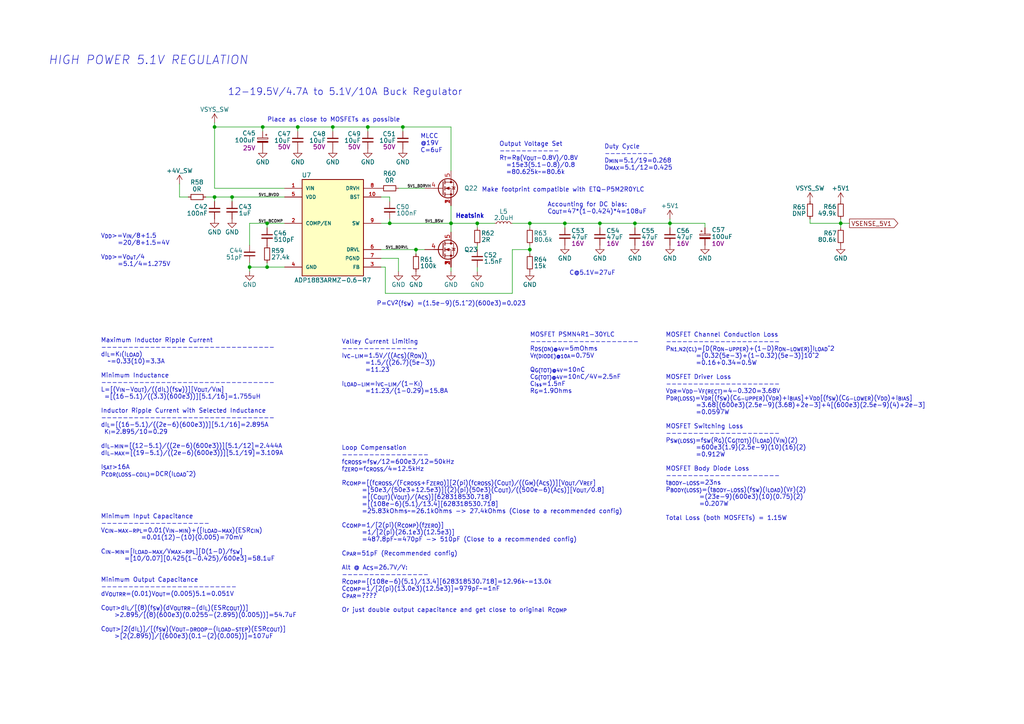
<source format=kicad_sch>
(kicad_sch (version 20211123) (generator eeschema)
  (paper "A4")
  (title_block (title "Project Falcon") (date "2022-01-26") (rev "1A") (company "University of Waterloo") (comment 1 "Mechatronics Engineering") (comment 2 "Final Year Design Project (Capstone)") (comment 3 "Alex Petkovic"))
  (lib_symbols
    (symbol "Device:C_Polarized_Small" (pin_numbers hide) (pin_names (offset 0.254) hide)
      (property "Reference" "C" (at 0.254 1.778 0))
      (property "Value" "C_Polarized_Small" (at 0.254 -2.032 0))
      (symbol "C_Polarized_Small_0_1"
        (rectangle (start -1.524 -0.3048) (end 1.524 -0.6858) (fill (type outline)))
        (rectangle (start -1.524 0.6858) (end 1.524 0.3048))
        (polyline (pts (xy -1.27 1.524) (xy -0.762 1.524)))
        (polyline (pts (xy -1.016 1.27) (xy -1.016 1.778)))
      )
      (symbol "C_Polarized_Small_1_1"
        (pin passive line (at 0 2.54 270) (length 1.8542) (name "~") (number "1"))
        (pin passive line (at 0 -2.54 90) (length 1.8542) (name "~") (number "2"))
      )
    )
    (symbol "Device:C_Small" (pin_numbers hide) (pin_names (offset 0.254) hide)
      (property "Reference" "C" (at 0.254 1.778 0))
      (property "Value" "C_Small" (at 0.254 -2.032 0))
      (symbol "C_Small_0_1"
        (polyline (pts (xy -1.524 -0.508) (xy 1.524 -0.508)) (stroke (width 0.3302)))
        (polyline (pts (xy -1.524 0.508) (xy 1.524 0.508)) (stroke (width 0.3048)))
      )
      (symbol "C_Small_1_1"
        (pin passive line (at 0 2.54 270) (length 2.032) (name "~") (number "1"))
        (pin passive line (at 0 -2.54 90) (length 2.032) (name "~") (number "2"))
      )
    )
    (symbol "Device:L_Small" (pin_numbers hide) (pin_names (offset 0.254) hide)
      (property "Reference" "L" (at 0.762 1.016 0))
      (property "Value" "L_Small" (at 0.762 -1.016 0))
      (symbol "L_Small_0_1"
        (arc (start 0 -2.032) (mid 0.508 -1.524) (end 0 -1.016))
        (arc (start 0 -1.016) (mid 0.508 -0.508) (end 0 0))
        (arc (start 0 0) (mid 0.508 0.508) (end 0 1.016))
        (arc (start 0 1.016) (mid 0.508 1.524) (end 0 2.032))
      )
      (symbol "L_Small_1_1"
        (pin passive line (at 0 2.54 270) (length 0.508) (name "~") (number "1"))
        (pin passive line (at 0 -2.54 90) (length 0.508) (name "~") (number "2"))
      )
    )
    (symbol "Device:R_Small" (pin_numbers hide) (pin_names (offset 0.254) hide)
      (property "Reference" "R" (at 0.762 0.508 0))
      (property "Value" "R_Small" (at 0.762 -1.016 0))
      (symbol "R_Small_0_1"
        (rectangle (start -0.762 1.778) (end 0.762 -1.778) (stroke (width 0.2032)))
      )
      (symbol "R_Small_1_1"
        (pin passive line (at 0 2.54 270) (length 0.762) (name "~") (number "1"))
        (pin passive line (at 0 -2.54 90) (length 0.762) (name "~") (number "2"))
      )
    )
    (symbol "JetkovKiCADLib:+4V_SW" (power) (pin_names (offset 0))
      (property "Value" "+4V_SW" (at 0 3.556 0))
      (symbol "+4V_SW_0_1"
        (polyline (pts (xy -0.762 1.27) (xy 0 2.54)))
        (polyline (pts (xy 0 0) (xy 0 2.54)))
        (polyline (pts (xy 0 2.54) (xy 0.762 1.27)))
      )
      (symbol "+4V_SW_1_1"
        (pin power_in line (at 0 0 90) (length 0) hide (name "+4V_SW") (number "1"))
      )
    )
    (symbol "JetkovKiCADLib:+5V1" (power) (pin_names (offset 0))
      (property "Value" "+5V1" (at 0 3.556 0))
      (symbol "+5V1_0_1"
        (polyline (pts (xy -0.762 1.27) (xy 0 2.54)))
        (polyline (pts (xy 0 0) (xy 0 2.54)))
        (polyline (pts (xy 0 2.54) (xy 0.762 1.27)))
      )
      (symbol "+5V1_1_1"
        (pin power_in line (at 0 0 90) (length 0) hide (name "+5V1") (number "1"))
      )
    )
    (symbol "JetkovKiCADLib:ADP1883ARMZ-0.6-R7" (pin_names (offset 1.016))
      (property "Reference" "U" (at -8.89 12.7 0))
      (property "Value" "ADP1883ARMZ-0.6-R7" (at -8.89 -17.78 0))
      (symbol "ADP1883ARMZ-0.6-R7_0_0"
        (rectangle (start -8.89 12.7) (end 8.89 -15.24) (stroke (width 0.254)) (fill (type background)))
        (pin power_in line (at -13.97 10.16 0) (length 5.08) (name "VIN") (number "1"))
        (pin power_in line (at 13.97 7.62 180) (length 5.08) (name "BST") (number "10"))
        (pin power_in line (at -13.97 0 0) (length 5.08) (name "COMP/EN") (number "2"))
        (pin bidirectional line (at 13.97 -12.7 180) (length 5.08) (name "FB") (number "3"))
        (pin power_in line (at -13.97 -12.7 0) (length 5.08) (name "GND") (number "4"))
        (pin power_in line (at -13.97 7.62 0) (length 5.08) (name "VDD") (number "5"))
        (pin power_in line (at 13.97 -7.62 180) (length 5.08) (name "DRVL") (number "6"))
        (pin power_in line (at 13.97 -10.16 180) (length 5.08) (name "PGND") (number "7"))
        (pin power_in line (at 13.97 10.16 180) (length 5.08) (name "DRVH") (number "8"))
        (pin power_in line (at 13.97 0 180) (length 5.08) (name "SW") (number "9"))
      )
    )
    (symbol "JetkovKiCADLib:Q_NMOS_LFPAK" (pin_names (offset 0) hide)
      (property "Reference" "Q" (at 5.08 1.27 0))
      (property "Value" "Q_NMOS_LFPAK" (at 5.08 -1.27 0))
      (symbol "Q_NMOS_LFPAK_0_1"
        (polyline (pts (xy 0.254 0) (xy -2.54 0)))
        (polyline (pts (xy 0.254 1.905) (xy 0.254 -1.905)) (stroke (width 0.254)))
        (polyline (pts (xy 0.762 -1.27) (xy 0.762 -2.286)) (stroke (width 0.254)))
        (polyline (pts (xy 0.762 0.508) (xy 0.762 -0.508)) (stroke (width 0.254)))
        (polyline (pts (xy 0.762 2.286) (xy 0.762 1.27)) (stroke (width 0.254)))
        (polyline (pts (xy 2.54 2.54) (xy 2.54 1.778)))
        (polyline (pts (xy 2.54 -2.54) (xy 2.54 0) (xy 0.762 0)))
        (polyline (pts (xy 0.762 -1.778) (xy 3.302 -1.778) (xy 3.302 1.778) (xy 0.762 1.778)))
        (polyline (pts (xy 1.016 0) (xy 2.032 0.381) (xy 2.032 -0.381) (xy 1.016 0)) (fill (type outline)))
        (polyline (pts (xy 2.794 0.508) (xy 2.921 0.381) (xy 3.683 0.381) (xy 3.81 0.254)))
        (polyline (pts (xy 3.302 0.381) (xy 2.921 -0.254) (xy 3.683 -0.254) (xy 3.302 0.381)))
        (circle (center 1.651 0) (radius 2.794) (stroke (width 0.254)))
        (circle (center 2.54 -1.778) (radius 0.254) (fill (type outline)))
        (circle (center 2.54 1.778) (radius 0.254) (fill (type outline)))
      )
      (symbol "Q_NMOS_LFPAK_1_1"
        (pin passive line (at 2.54 -5.08 90) (length 2.54) (name "S") (number "1"))
        (pin passive line (at 2.54 -5.08 90) (length 2.54) (name "S") (number "2"))
        (pin passive line (at 2.54 -5.08 90) (length 2.54) (name "S") (number "3"))
        (pin input line (at -5.08 0 0) (length 5.08) (name "G") (number "4"))
        (pin passive line (at 2.54 5.08 270) (length 2.54) (name "D") (number "5"))
      )
    )
    (symbol "JetkovKiCADLib:VSYS_SW" (power) (pin_names (offset 0))
      (property "Value" "VSYS_SW" (at 0 3.556 0))
      (symbol "VSYS_SW_0_1"
        (polyline (pts (xy -0.762 1.27) (xy 0 2.54)))
        (polyline (pts (xy 0 0) (xy 0 2.54)))
        (polyline (pts (xy 0 2.54) (xy 0.762 1.27)))
      )
      (symbol "VSYS_SW_1_1"
        (pin power_in line (at 0 0 90) (length 0) hide (name "VSYS_SW") (number "1"))
      )
    )
    (symbol "power:GND" (power) (pin_names (offset 0))
      (property "Value" "GND" (at 0 -3.81 0))
      (symbol "GND_0_1"
        (polyline (pts (xy 0 0) (xy 0 -1.27) (xy 1.27 -1.27) (xy 0 -2.54) (xy -1.27 -1.27) (xy 0 -1.27)))
      )
      (symbol "GND_1_1"
        (pin power_in line (at 0 0 270) (length 0) hide (name "GND") (number "1"))
      )
    )
  )
  (junction (at 153.67 64.77))
  (junction (at 62.23 36.83))
  (junction (at 138.43 64.77))
  (junction (at 194.31 64.77))
  (junction (at 86.36 36.83))
  (junction (at 113.03 64.77))
  (junction (at 184.15 64.77))
  (junction (at 243.84 64.77))
  (junction (at 106.68 36.83))
  (junction (at 173.99 64.77))
  (junction (at 130.81 64.77))
  (junction (at 76.2 36.83))
  (junction (at 72.39 77.47))
  (junction (at 67.31 57.15))
  (junction (at 163.83 64.77))
  (junction (at 153.67 72.39))
  (junction (at 96.52 36.83))
  (junction (at 77.47 77.47))
  (junction (at 120.65 72.39))
  (junction (at 116.84 36.83))
  (junction (at 62.23 57.15))
  (junction (at 77.47 64.77))
  (wire (pts (xy 173.99 64.77) (xy 184.15 64.77)))
  (wire (pts (xy 234.95 63.5) (xy 234.95 64.77)))
  (wire (pts (xy 113.03 63.5) (xy 113.03 64.77)))
  (wire (pts (xy 111.76 77.47) (xy 111.76 85.09)))
  (wire (pts (xy 243.84 64.77) (xy 246.38 64.77)))
  (wire (pts (xy 120.65 72.39) (xy 123.19 72.39)))
  (wire (pts (xy 243.84 64.77) (xy 243.84 63.5)))
  (wire (pts (xy 115.57 74.93) (xy 115.57 78.74)))
  (wire (pts (xy 138.43 66.04) (xy 138.43 64.77)))
  (wire (pts (xy 67.31 57.15) (xy 67.31 58.42)))
  (wire (pts (xy 184.15 66.04) (xy 184.15 64.77)))
  (wire (pts (xy 130.81 64.77) (xy 130.81 67.31)))
  (wire (pts (xy 130.81 36.83) (xy 130.81 49.53)))
  (wire (pts (xy 76.2 38.1) (xy 76.2 36.83)))
  (wire (pts (xy 96.52 36.83) (xy 96.52 38.1)))
  (wire (pts (xy 138.43 78.74) (xy 138.43 77.47)))
  (wire (pts (xy 138.43 72.39) (xy 138.43 71.12)))
  (wire (pts (xy 52.07 57.15) (xy 52.07 53.34)))
  (wire (pts (xy 59.69 57.15) (xy 62.23 57.15)))
  (wire (pts (xy 153.67 66.04) (xy 153.67 64.77)))
  (wire (pts (xy 148.59 64.77) (xy 153.67 64.77)))
  (wire (pts (xy 153.67 72.39) (xy 153.67 71.12)))
  (wire (pts (xy 153.67 73.66) (xy 153.67 72.39)))
  (wire (pts (xy 72.39 76.2) (xy 72.39 77.47)))
  (wire (pts (xy 204.47 64.77) (xy 194.31 64.77)))
  (wire (pts (xy 106.68 36.83) (xy 106.68 38.1)))
  (wire (pts (xy 184.15 64.77) (xy 194.31 64.77)))
  (wire (pts (xy 77.47 77.47) (xy 77.47 76.2)))
  (wire (pts (xy 67.31 57.15) (xy 62.23 57.15)))
  (wire (pts (xy 130.81 59.69) (xy 130.81 64.77)))
  (wire (pts (xy 76.2 36.83) (xy 86.36 36.83)))
  (wire (pts (xy 111.76 85.09) (xy 148.59 85.09)))
  (wire (pts (xy 194.31 64.77) (xy 194.31 66.04)))
  (wire (pts (xy 163.83 66.04) (xy 163.83 64.77)))
  (wire (pts (xy 234.95 64.77) (xy 243.84 64.77)))
  (wire (pts (xy 106.68 36.83) (xy 116.84 36.83)))
  (wire (pts (xy 77.47 64.77) (xy 82.55 64.77)))
  (wire (pts (xy 72.39 77.47) (xy 77.47 77.47)))
  (wire (pts (xy 72.39 71.12) (xy 72.39 64.77)))
  (wire (pts (xy 243.84 66.04) (xy 243.84 64.77)))
  (wire (pts (xy 62.23 36.83) (xy 76.2 36.83)))
  (wire (pts (xy 173.99 66.04) (xy 173.99 64.77)))
  (wire (pts (xy 116.84 36.83) (xy 116.84 38.1)))
  (wire (pts (xy 54.61 57.15) (xy 52.07 57.15)))
  (wire (pts (xy 110.49 77.47) (xy 111.76 77.47)))
  (wire (pts (xy 110.49 72.39) (xy 120.65 72.39)))
  (wire (pts (xy 115.57 54.61) (xy 123.19 54.61)))
  (wire (pts (xy 96.52 36.83) (xy 106.68 36.83)))
  (wire (pts (xy 110.49 57.15) (xy 113.03 57.15)))
  (wire (pts (xy 130.81 78.74) (xy 130.81 77.47)))
  (wire (pts (xy 113.03 57.15) (xy 113.03 58.42)))
  (wire (pts (xy 77.47 64.77) (xy 77.47 66.04)))
  (wire (pts (xy 72.39 78.74) (xy 72.39 77.47)))
  (wire (pts (xy 153.67 64.77) (xy 163.83 64.77)))
  (wire (pts (xy 77.47 77.47) (xy 82.55 77.47)))
  (wire (pts (xy 120.65 72.39) (xy 120.65 73.66)))
  (wire (pts (xy 130.81 36.83) (xy 116.84 36.83)))
  (wire (pts (xy 62.23 54.61) (xy 62.23 36.83)))
  (wire (pts (xy 143.51 64.77) (xy 138.43 64.77)))
  (wire (pts (xy 194.31 63.5) (xy 194.31 64.77)))
  (wire (pts (xy 82.55 54.61) (xy 62.23 54.61)))
  (wire (pts (xy 86.36 36.83) (xy 96.52 36.83)))
  (wire (pts (xy 148.59 85.09) (xy 148.59 72.39)))
  (wire (pts (xy 110.49 74.93) (xy 115.57 74.93)))
  (wire (pts (xy 72.39 64.77) (xy 77.47 64.77)))
  (wire (pts (xy 62.23 57.15) (xy 62.23 58.42)))
  (wire (pts (xy 67.31 57.15) (xy 82.55 57.15)))
  (wire (pts (xy 110.49 64.77) (xy 113.03 64.77)))
  (wire (pts (xy 148.59 72.39) (xy 153.67 72.39)))
  (wire (pts (xy 163.83 64.77) (xy 173.99 64.77)))
  (wire (pts (xy 62.23 35.56) (xy 62.23 36.83)))
  (wire (pts (xy 138.43 64.77) (xy 130.81 64.77)))
  (wire (pts (xy 204.47 66.04) (xy 204.47 64.77)))
  (wire (pts (xy 86.36 36.83) (xy 86.36 38.1)))
  (wire (pts (xy 113.03 64.77) (xy 130.81 64.77)))
  (text "12-19.5V/4.7A to 5.1V/10A Buck Regulator" (at 66.04 27.94 0) (effects (font (size 2 2)) (justify left bottom)))
  (text "P=CV^{2}(f_{SW}) =(1.5e-9)(5.1^2)(600e3)=0.023" (at 109.22 88.9 0) (effects (font (size 1.27 1.27)) (justify left bottom)))
  (text "Heatsink" (at 132.08 63.5 0) (effects (font (size 1.27 1.27) (thickness 0.254) bold) (justify left bottom)))
  (text "Make footprint compatible with ETQ-P5M2R0YLC" (at 139.7 55.88 0) (effects (font (size 1.27 1.27)) (justify left bottom)))
  (text "HIGH POWER 5.1V REGULATION" (at 13.97 19.05 0) (effects (font (size 2.5 2.5) italic) (justify left bottom)))
  (text "V_{DD}>=V_{IN}/8+1.5\n     =20/8+1.5=4V\n\nV_{DD}>=V_{OuT}/4\n     =5.1/4=1.275V" (at 29.21 77.47 0) (effects (font (size 1.27 1.27)) (justify left bottom)))
  (text "Accounting for DC bias:\nC_{OUT}=47*(1-0.424)*4=108uF" (at 158.75 62.23 0) (effects (font (size 1.27 1.27)) (justify left bottom)))
  (text "Valley Current Limiting\n--------------\nI_{VC-LIM}=1.5V/((A_{CS})(R_{ON}))\n       =1.5/((26.7)(5e-3))\n       =11.23\n\nI_{LOAD-LIM}=I_{VC-LIM}/(1-K_{I})\n       =11.23/(1-0.29)=15.8A" (at 99.06 114.3 0) (effects (font (size 1.27 1.27)) (justify left bottom)))
  (text "Maximum Inductor Ripple Current\n--------------------------------\ndI_{L}=K_{I}(I_{LOAD})\n  ~=0.33(10)=3.3A\n\nMinimum Inductance\n--------------------------------\nL=[(V_{IN}-V_{OUT})/((dI_{L})(f_{SW}))][V_{OUT}/V_{IN}]\n =[(16-5.1)/((3.3)(600e3))][5.1/16]=1.755uH\n\nInductor Ripple Current with Selected Inductance\n-------------------------------- \ndI_{L}=[(16-5.1)/((2e-6)(600e3))][5.1/16]=2.895A\n K_{I}=2.895/10=0.29\n\ndI_{L-MIN}=[(12-5.1)/((2e-6)(600e3))][5.1/12]=2.444A\ndI_{L-MAX}=[(19-5.1)/((2e-6)(600e3))][5.1/19]=3.109A\n\nI_{SAT}>16A\nP_{CDR(LOSS-COIL)}=DCR(I_{LOAD}^2)" (at 29.21 138.43 0) (effects (font (size 1.27 1.27)) (justify left bottom)))
  (text "C@5.1V=27uF" (at 165.1 80.01 0) (effects (font (size 1.27 1.27)) (justify left bottom)))
  (text "Place as close to MOSFETs as possible" (at 77.47 35.56 0) (effects (font (size 1.27 1.27)) (justify left bottom)))
  (text "MOSFET Channel Conduction Loss\n---------------------\nP_{N1,N2(CL)}=[D(R_{ON-UPPER})+(1-D)R_{ON-LOWER)}]I_{LOAD}^2\n         =[0.32(5e-3)+(1-0.32)(5e-3)]10^2\n         =0.16+0.34=0.5W\n\nMOSFET Driver Loss\n---------------------\nV_{DR}=V_{DD}-V_{F(RECT)}=4-0.320=3.68V\nP_{DR(LOSS)}=V_{DR}[(f_{SW})(C_{G-UPPER})(V_{DR})+I_{BIAS}]+V_{DD}[(f_{SW})(C_{G-LOWER})(V_{DD})+I_{BIAS}]\n         =3.68[(600e3)(2.5e-9)(3.68)+2e-3]+4[(600e3)(2.5e-9)(4)+2e-3]\n         =0.0597W\n\nMOSFET Switching Loss\n---------------------\nP_{SW(LOSS)}=f_{SW}(R_{G})(C_{G(TOT)})(I_{LOAD})(V_{IN})(2)\n         =600e3(1.9)(2.5e-9)(10)(16)(2)\n         =0.912W\n\nMOSFET Body Diode Loss\n---------------------\nt_{BODY-LOSS}=23ns\nP_{BODY(LOSS)}=(t_{BODY-LOSS})(f_{SW})(I_{LOAD})(V_{F})(2)\n          =(23e-9)(600e3)(10)(0.75)(2)\n          =0.207W\n\nTotal Loss (both MOSFETs) = 1.15W" (at 193.04 151.13 0) (effects (font (size 1.27 1.27)) (justify left bottom)))
  (text "Loop Compensation\n----------------\nf_{CROSS}=f_{SW}/12=600e3/12=50kHz\nf_{ZERO}=f_{CROSS}/4=12.5kHz\n\nR_{COMP}=[(f_{CROSS}/(F_{CROSS}+F_{ZERO})][2(pi)(f_{CROSS})(C_{OUT})/((G_{M})(A_{CS}))][V_{OUT}/V_{REF}]\n      =[50e3/(50e3+12.5e3)][(2)(pi)(50e3)(C_{OUT})/((500e-6)(A_{CS})][V_{OUT}/0.8]\n      =[(C_{OUT})(V_{OUT})/(A_{CS})][628318530.718]\n      =[(108e-6)(5.1)/13.4][628318530.718]\n      =25.83kOhms~=26.1kOhms -> 27.4kOhms (Close to a recommended config)\n\nC_{COMP}=1/[2(pi)(R_{COMP})(f_{ZERO})]\n      =1/[2(pi)(26.1e3)(12.5e3)]\n      =487.8pF~=470pF -> 510pF (Close to a recommended config)\n\nC_{PAR}=51pF (Recommended config)\n\nAlt @ A_{CS}=26.7V/V:\n----------------\nR_{COMP}=[(108e-6)(5.1)/13.4][628318530.718]=12.96k~=13.0k\nC_{COMP}=1/[2(pi)(13.0e3)(12.5e3)]=979pF~=1nF\nC_{PAR}=????\n\nOr just double output capacitance and get close to original R_{COMP}" (at 99.06 177.8 0) (effects (font (size 1.27 1.27)) (justify left bottom)))
  (text "Minimum Input Capacitance\n--------------------\nV_{CIN-MAX-RPL}=0.01(V_{IN-MIN})+([I_{LOAD-MAX})(ESR_{CIN})\n            =0.01(12)-(10)(0.005)=70mV\n\nC_{IN-MIN}=[I_{LOAD-MAX}/V_{MAX-RPL}][D(1-D)/f_{SW}]\n       =[10/0.07][0.425(1-0.425)/600e3]=58.1uF\n\n\nMinimum Output Capacitance\n-------------------------\ndV_{OUTRR}=(0.01)V_{OUT}=(0.005)5.1=0.051V\n\nC_{OUT}>dI_{L}/[(8)(f_{SW})(dV_{OUTRR}-(dI_{L})(ESR_{COUT}))]\n    >2.895/[(8)(600e3)(0.0255-(2.895)(0.005))]=54.7uF\n\nC_{OUT}>[2(dI_{L})]/[(f_{SW})(V_{OUT-DROOP}-(I_{LOAD-STEP})(ESR_{COUT})]\n    >[2(2.895)]/[(600e3)(0.1-(2)(0.005))]=107uF" (at 29.21 185.42 0) (effects (font (size 1.27 1.27)) (justify left bottom)))
  (text "Output Voltage Set\n-----------\nR_{T}=R_{B}(V_{OUT}-0.8V)/0.8V\n  =15e3(5.1-0.8)/0.8\n  =80.625k~=80.6k" (at 144.78 50.8 0) (effects (font (size 1.27 1.27)) (justify left bottom)))
  (text "Duty Cycle\n---------\nD_{MIN}=5.1/19=0.268\nD_{MAX}=5.1/12=0.425" (at 175.26 49.53 0) (effects (font (size 1.27 1.27)) (justify left bottom)))
  (text "MOSFET PSMN4R1-30YLC\n--------------------\nR_{DS(ON)@4V}=5mOhms\nV_{f(DIODE)@10A}=0.75V\n\nQ_{G(TOT)@4V}=10nC\nC_{G(TOT)@4V}=10nC/4V=2.5nF\nC_{iss}=1.5nF\nR_{G}=1.9Ohms" (at 153.67 114.3 0) (effects (font (size 1.27 1.27)) (justify left bottom)))
  (text "MLCC\n@19V\nC=6uF" (at 121.92 44.45 0) (effects (font (size 1.27 1.27)) (justify left bottom)))
  (label "5V1_BSW" (at 123.19 64.77 0) (effects (font (size 0.8 0.8))))
  (label "5V1_BCOMP" (at 74.93 64.77 0) (effects (font (size 0.8 0.8))))
  (label "5V1_BDRVH" (at 118.11 54.61 0) (effects (font (size 0.8 0.8))))
  (label "5V1_BDRVL" (at 111.76 72.39 0) (effects (font (size 0.8 0.8))))
  (label "5V1_BVDD" (at 74.93 57.15 0) (effects (font (size 0.8 0.8))))
  (global_label "VSENSE_5V1" (shape output) (at 246.38 64.77 0) (property "Intersheet References" "${INTERSHEET_REFS}" (effects hide)))
  (symbol (lib_id "Device:R_Small") (at 153.67 76.2 0) (mirror x) (unit 1)
    (property "Reference" "R64" (at 154.7699 75.2702 0) (effects (justify left)))
    (property "Value" "15k" (at 154.8394 77.1228 0) (effects (justify left)))
    (property "Footprint" "Resistor_SMD:R_0402_1005Metric" (effects hide))
    (property "Datasheet" "https://www.seielect.com/catalog/sei-rmcf_rmcp.pdf" (effects hide))
    (property "Description" "RES 15K OHM 1% 1/16W 0402" (effects hide))
    (property "Manufacturer" "Stackpole Electronics Inc" (effects hide))
    (property "Part Number" "RMCF0402FT15K0" (effects hide))
    (property "Power" "0.063W" (effects hide))
    (property "Temp Range" "-55°C +155°C" (effects hide))
    (property "Tolerance" "1%" (effects hide))
  )
  (symbol (lib_id "JetkovKiCADLib:ADP1883ARMZ-0.6-R7") (at 96.52 64.77 0) (unit 1)
    (property "Reference" "U7" (at 88.9 50.8 0))
    (property "Value" "ADP1883ARMZ-0.6-R7" (at 96.52 81.28 0))
    (property "Footprint" "JetkovKiCADLib:10-MSOP_RM-10_AD" (effects hide))
    (property "Datasheet" "https://www.analog.com/media/en/technical-documentation/data-sheets/ADP1882_1883.pdf" (effects hide))
    (property "Part Number" "ADP1883ARMZ-0.6-R7" (effects hide))
    (property "Manufacturer" "Analog Devices Inc." (effects hide))
    (property "Description" "IC REG CTRLR BUCK 10MSOP" (effects hide))
    (property "Temp Range" "-40°C +125°C" (effects hide))
  )
  (symbol (lib_id "Device:L_Small") (at 146.05 64.77 90) (unit 1)
    (property "Reference" "L5" (at 146.0468 61.3329 90))
    (property "Value" "2.0uH" (at 146.0954 63.1696 90))
    (property "Footprint" "JetkovKiCADLib:WE-HCI_1365_7443551" (effects hide))
    (property "Datasheet" "https://www.we-online.com/katalog/datasheet/7443551200.pdf" (effects hide))
    (property "Description" "FIXED IND 2UH 23A 2.6 MOHM SMD" (effects hide))
    (property "Manufacturer" "Würth Elektronik" (effects hide))
    (property "Part Number" "7443551200" (effects hide))
    (property "Temp Range" "-40°C +155°C" (effects hide))
    (property "Tolerance" "20%" (effects hide))
  )
  (symbol (lib_id "power:GND") (at 76.2 43.18 0) (unit 1)
    (property "Reference" "#PWR0118" (effects hide))
    (property "Value" "GND" (at 76.2 46.99 0))
  )
  (symbol (lib_id "power:GND") (at 243.84 71.12 0) (mirror y) (unit 1)
    (property "Reference" "#PWR0136" (effects hide))
    (property "Value" "GND" (at 243.84 74.93 0))
  )
  (symbol (lib_id "power:GND") (at 115.57 78.74 0) (unit 1)
    (property "Reference" "#PWR0122" (effects hide))
    (property "Value" "GND" (at 115.57 82.55 0))
  )
  (symbol (lib_id "power:GND") (at 116.84 43.18 0) (unit 1)
    (property "Reference" "#PWR0123" (effects hide))
    (property "Value" "GND" (at 116.84 46.99 0))
  )
  (symbol (lib_id "power:GND") (at 163.83 71.12 0) (mirror y) (unit 1)
    (property "Reference" "#PWR0128" (effects hide))
    (property "Value" "GND" (at 163.83 74.93 0))
  )
  (symbol (lib_id "Device:C_Small") (at 62.23 60.96 0) (mirror x) (unit 1)
    (property "Reference" "C42" (at 60.2434 59.9764 0) (effects (justify right)))
    (property "Value" "100nF" (at 60.2442 61.8788 0) (effects (justify right)))
    (property "Footprint" "Capacitor_SMD:C_0402_1005Metric" (effects hide))
    (property "Datasheet" "https://search.murata.co.jp/Ceramy/image/img/A01X/G101/ENG/GRM155R71E104KE14-01.pdf" (effects hide))
    (property "Description" "CAP CER 0.1UF 25V X7R 0402" (effects hide))
    (property "Manufacturer" "Murata Electronics" (effects hide))
    (property "Part Number" "GRM155R71E104KE14D" (effects hide))
    (property "Temp Range" "-55°C +125°C" (effects hide))
    (property "Tolerance" "10%" (effects hide))
    (property "Voltage" "25V" (effects hide))
  )
  (symbol (lib_id "Device:C_Small") (at 194.31 68.58 0) (unit 1)
    (property "Reference" "C56" (at 196.1368 66.917 0) (effects (justify left)))
    (property "Value" "47uF" (at 196.2144 68.757 0) (effects (justify left)))
    (property "Footprint" "Capacitor_SMD:C_1210_3225Metric" (effects hide))
    (property "Datasheet" "https://search.murata.co.jp/Ceramy/image/img/A01X/G101/ENG/GRM32EC81C476KE15-01.pdf" (effects hide))
    (property "Description" "CAP CER 47UF 16V X6S 1210" (effects hide))
    (property "Manufacturer" "Murata Electronics" (effects hide))
    (property "Part Number" "GRM32EC81C476KE15K" (effects hide))
    (property "Temp Range" "-55°C +105°C" (effects hide))
    (property "Tolerance" "10%" (effects hide))
    (property "Voltage" "16V" (at 198.0433 70.6347 0))
  )
  (symbol (lib_id "power:GND") (at 204.47 71.12 0) (mirror y) (unit 1)
    (property "Reference" "#PWR0133" (effects hide))
    (property "Value" "GND" (at 204.47 74.93 0))
  )
  (symbol (lib_id "Device:C_Small") (at 96.52 40.64 0) (mirror x) (unit 1)
    (property "Reference" "C48" (at 94.5292 38.8423 0) (effects (justify right)))
    (property "Value" "10uF" (at 94.53 40.7447 0) (effects (justify right)))
    (property "Footprint" "Capacitor_SMD:C_1210_3225Metric" (effects hide))
    (property "Datasheet" "https://product.tdk.com/system/files/dam/doc/product/capacitor/ceramic/mlcc/catalog/mlcc_automotive_general_en.pdf" (effects hide))
    (property "Description" "CAP CER 10UF 50V X7S 1210" (effects hide))
    (property "Manufacturer" "TDK Corporation" (effects hide))
    (property "Part Number" "CGA6P3X7S1H106K250AB " (effects hide))
    (property "Temp Range" "-55°C +125°C" (effects hide))
    (property "Tolerance" "10%" (effects hide))
    (property "Voltage" "50V" (at 92.5816 42.6136 0))
  )
  (symbol (lib_id "JetkovKiCADLib:+4V_SW") (at 52.07 53.34 0) (unit 1)
    (property "Reference" "#PWR0113" (effects hide))
    (property "Value" "+4V_SW" (at 52.07 49.53 0))
  )
  (symbol (lib_id "Device:R_Small") (at 77.47 73.66 0) (mirror x) (unit 1)
    (property "Reference" "R59" (at 78.5699 72.7302 0) (effects (justify left)))
    (property "Value" "27.4k" (at 78.6394 74.5828 0) (effects (justify left)))
    (property "Footprint" "Resistor_SMD:R_0402_1005Metric" (effects hide))
    (property "Datasheet" "https://www.seielect.com/catalog/sei-rmcf_rmcp.pdf" (effects hide))
    (property "Description" "RES 27.4K OHM 1% 1/16W 0402" (effects hide))
    (property "Manufacturer" "Stackpole Electronics Inc" (effects hide))
    (property "Part Number" "RMCF0402FT27K4" (effects hide))
    (property "Power" "0.063W" (effects hide))
    (property "Temp Range" "-55°C +155°C" (effects hide))
    (property "Tolerance" "1%" (effects hide))
  )
  (symbol (lib_id "JetkovKiCADLib:Q_NMOS_LFPAK") (at 128.27 54.61 0) (unit 1)
    (property "Reference" "Q22" (at 134.62 54.6099 0) (effects (justify left)))
    (property "Value" "Q_NMOS_LFPAK" (effects hide))
    (property "Footprint" "JetkovKiCADLib:LFPACK56-S08_SOT669_NXP" (effects hide))
    (property "Datasheet" "https://assets.nexperia.com/documents/data-sheet/PSMN4R1-30YLC.pdf" (effects hide))
    (property "Alternate" "PSMN6R0-25YLB,115" (effects hide))
    (property "Description" "MOSFET N-CH 30V 92A LFPAK56" (effects hide))
    (property "Manufacturer" "Nexperia USA Inc." (effects hide))
    (property "Part Number" "PSMN4R1-30YLC,115" (effects hide))
    (property "Power" "67W" (effects hide))
    (property "Temp Range" "-20°C +175°C" (effects hide))
    (property "Voltage" "20Vgs/30Vds/1.95Vth" (effects hide))
  )
  (symbol (lib_id "power:GND") (at 62.23 63.5 0) (unit 1)
    (property "Reference" "#PWR0115" (effects hide))
    (property "Value" "GND" (at 62.23 67.31 0))
  )
  (symbol (lib_id "power:GND") (at 96.52 43.18 0) (unit 1)
    (property "Reference" "#PWR0120" (effects hide))
    (property "Value" "GND" (at 96.52 46.99 0))
  )
  (symbol (lib_id "Device:R_Small") (at 57.15 57.15 270) (unit 1)
    (property "Reference" "R58" (at 57.1207 52.8609 90))
    (property "Value" "0R" (at 57.1142 54.8489 90))
    (property "Footprint" "Resistor_SMD:R_0402_1005Metric" (effects hide))
    (property "Datasheet" "https://www.seielect.com/catalog/sei-rmcf_rmcp.pdf" (effects hide))
    (property "Description" "RES 0 OHM JUMPER 1/16W 0402" (effects hide))
    (property "Manufacturer" "Stackpole Electronics Inc" (effects hide))
    (property "Part Number" "RMCF0402ZT0R00" (effects hide))
    (property "Power" "0.063W" (effects hide))
    (property "Temp Range" "-55°C +155°C" (effects hide))
    (property "Tolerance" "Jumper" (effects hide))
  )
  (symbol (lib_id "power:GND") (at 173.99 71.12 0) (mirror y) (unit 1)
    (property "Reference" "#PWR0129" (effects hide))
    (property "Value" "GND" (at 173.99 74.93 0))
  )
  (symbol (lib_id "Device:R_Small") (at 138.43 68.58 0) (mirror x) (unit 1)
    (property "Reference" "R62" (at 139.5299 67.6502 0) (effects (justify left)))
    (property "Value" "2R" (at 139.5994 69.5028 0) (effects (justify left)))
    (property "Footprint" "Resistor_SMD:R_0402_1005Metric" (effects hide))
    (property "Datasheet" "https://www.seielect.com/catalog/sei-rmcf_rmcp.pdf" (effects hide))
    (property "Description" "RES 2 OHM 5% 1/16W 0402" (effects hide))
    (property "Manufacturer" "Stackpole Electronics Inc" (effects hide))
    (property "Part Number" "RMCF0402JT2R00" (effects hide))
    (property "Power" "0.063W" (effects hide))
    (property "Temp Range" "-55°C +155°C" (effects hide))
    (property "Tolerance" "5%" (effects hide))
  )
  (symbol (lib_id "JetkovKiCADLib:VSYS_SW") (at 62.23 35.56 0) (unit 1)
    (property "Reference" "#PWR0114" (effects hide))
    (property "Value" "VSYS_SW" (at 62.23 31.75 0))
  )
  (symbol (lib_id "Device:C_Small") (at 72.39 73.66 0) (mirror x) (unit 1)
    (property "Reference" "C44" (at 70.4034 72.6764 0) (effects (justify right)))
    (property "Value" "51pF" (at 70.4042 74.5788 0) (effects (justify right)))
    (property "Footprint" "Capacitor_SMD:C_0402_1005Metric" (effects hide))
    (property "Datasheet" "https://www.murata.com/-/media/webrenewal/support/library/catalog/products/capacitor/ceramiccapacitor/c02e.ashx?la=en-us&cvid=20210120024548000000" (effects hide))
    (property "Description" "CAP CER 51PF 50V C0G/NP0 0402" (effects hide))
    (property "Manufacturer" "Murata Electronics" (effects hide))
    (property "Part Number" "GRM1555C1H510GA01D" (effects hide))
    (property "Temp Range" "-55°C +125°C" (effects hide))
    (property "Tolerance" "2%" (effects hide))
    (property "Voltage" "50V" (effects hide))
  )
  (symbol (lib_id "power:GND") (at 86.36 43.18 0) (unit 1)
    (property "Reference" "#PWR0119" (effects hide))
    (property "Value" "GND" (at 86.36 46.99 0))
  )
  (symbol (lib_id "Device:C_Small") (at 138.43 74.93 0) (unit 1)
    (property "Reference" "C52" (at 140.2499 73.971 0) (effects (justify left)))
    (property "Value" "1.5nF" (at 140.3275 75.811 0) (effects (justify left)))
    (property "Footprint" "Capacitor_SMD:C_0402_1005Metric" (effects hide))
    (property "Datasheet" "https://www.we-online.com/katalog/datasheet/885012205045.pdf" (effects hide))
    (property "Description" "CAP CER 1500PF 25V X7R 0402" (effects hide))
    (property "Manufacturer" "Würth Elektronik" (effects hide))
    (property "Part Number" "885012205045" (effects hide))
    (property "Temp Range" "-55°C +125°C" (effects hide))
    (property "Tolerance" "10%" (effects hide))
    (property "Voltage" "25V" (effects hide))
  )
  (symbol (lib_id "Device:R_Small") (at 234.95 60.96 0) (mirror x) (unit 1)
    (property "Reference" "R65" (at 233.7497 60.0591 0) (effects (justify right)))
    (property "Value" "DNP" (at 233.8063 61.9469 0) (effects (justify right)))
    (property "Footprint" "Resistor_SMD:R_0402_1005Metric" (effects hide))
    (property "Datasheet" "https://www.seielect.com/catalog/sei-rmcf_rmcp.pdf" (effects hide))
    (property "Description" "RES 442K OHM 1% 1/16W 0402" (effects hide))
    (property "Manufacturer" "Stackpole Electronics Inc" (effects hide))
    (property "Part Number" "RMCF0402FT442K" (effects hide))
    (property "Power" "0.063W" (effects hide))
    (property "Temp Range" "-55°C +155°C" (effects hide))
    (property "Tolerance" "1%" (effects hide))
  )
  (symbol (lib_id "Device:C_Small") (at 86.36 40.64 0) (mirror x) (unit 1)
    (property "Reference" "C47" (at 84.3692 38.8423 0) (effects (justify right)))
    (property "Value" "10uF" (at 84.37 40.7447 0) (effects (justify right)))
    (property "Footprint" "Capacitor_SMD:C_1210_3225Metric" (effects hide))
    (property "Datasheet" "https://product.tdk.com/system/files/dam/doc/product/capacitor/ceramic/mlcc/catalog/mlcc_automotive_general_en.pdf" (effects hide))
    (property "Description" "CAP CER 10UF 50V X7S 1210" (effects hide))
    (property "Manufacturer" "TDK Corporation" (effects hide))
    (property "Part Number" "CGA6P3X7S1H106K250AB " (effects hide))
    (property "Temp Range" "-55°C +125°C" (effects hide))
    (property "Tolerance" "10%" (effects hide))
    (property "Voltage" "50V" (at 82.4216 42.6136 0))
  )
  (symbol (lib_id "power:GND") (at 120.65 78.74 0) (unit 1)
    (property "Reference" "#PWR0124" (effects hide))
    (property "Value" "GND" (at 120.65 82.55 0))
  )
  (symbol (lib_id "Device:C_Small") (at 163.83 68.58 0) (unit 1)
    (property "Reference" "C53" (at 165.6568 66.917 0) (effects (justify left)))
    (property "Value" "47uF" (at 165.7344 68.757 0) (effects (justify left)))
    (property "Footprint" "Capacitor_SMD:C_1210_3225Metric" (effects hide))
    (property "Datasheet" "https://search.murata.co.jp/Ceramy/image/img/A01X/G101/ENG/GRM32EC81C476KE15-01.pdf" (effects hide))
    (property "Description" "CAP CER 47UF 16V X6S 1210" (effects hide))
    (property "Manufacturer" "Murata Electronics" (effects hide))
    (property "Part Number" "GRM32EC81C476KE15K" (effects hide))
    (property "Temp Range" "-55°C +105°C" (effects hide))
    (property "Tolerance" "10%" (effects hide))
    (property "Voltage" "16V" (at 167.5633 70.6347 0))
  )
  (symbol (lib_id "Device:R_Small") (at 113.03 54.61 270) (unit 1)
    (property "Reference" "R60" (at 113.0007 50.3209 90))
    (property "Value" "0R" (at 112.9942 52.3089 90))
    (property "Footprint" "Resistor_SMD:R_0402_1005Metric" (effects hide))
    (property "Datasheet" "https://www.seielect.com/catalog/sei-rmcf_rmcp.pdf" (effects hide))
    (property "Description" "RES 0 OHM JUMPER 1/16W 0402" (effects hide))
    (property "Manufacturer" "Stackpole Electronics Inc" (effects hide))
    (property "Part Number" "RMCF0402ZT0R00" (effects hide))
    (property "Power" "0.063W" (effects hide))
    (property "Temp Range" "-55°C +155°C" (effects hide))
    (property "Tolerance" "Jumper" (effects hide))
  )
  (symbol (lib_id "Device:R_Small") (at 243.84 68.58 180) (unit 1)
    (property "Reference" "R67" (at 242.7401 67.6502 0) (effects (justify left)))
    (property "Value" "80.6k" (at 242.6706 69.5028 0) (effects (justify left)))
    (property "Footprint" "Resistor_SMD:R_0402_1005Metric" (effects hide))
    (property "Datasheet" "https://www.seielect.com/catalog/sei-rmcf_rmcp.pdf" (effects hide))
    (property "Description" "RES 80.6K OHM 1% 1/16W 0402" (effects hide))
    (property "Manufacturer" "Stackpole Electronics Inc" (effects hide))
    (property "Part Number" "RMCF0402FT80K6" (effects hide))
    (property "Power" "0.063W" (effects hide))
    (property "Temp Range" "-55°C +155°C" (effects hide))
    (property "Tolerance" "1%" (effects hide))
  )
  (symbol (lib_id "power:GND") (at 194.31 71.12 0) (mirror y) (unit 1)
    (property "Reference" "#PWR0132" (effects hide))
    (property "Value" "GND" (at 194.31 74.93 0))
  )
  (symbol (lib_id "Device:C_Polarized_Small") (at 204.47 68.58 0) (unit 1)
    (property "Reference" "C57" (at 206.3912 66.6649 0) (effects (justify left)))
    (property "Value" "100uF" (at 206.3912 68.6587 0) (effects (justify left)))
    (property "Footprint" "Capacitor_THT:CP_Radial_D8.0mm_P3.50mm" (effects hide))
    (property "Datasheet" "https://www.nichicon.co.jp/english/products/pdfs/e-rr7.pdf" (effects hide))
    (property "Description" "CAP ALUM POLY 100UF 20% 10V T/H" (effects hide))
    (property "ESR" "7mOhm @ 100kHz" (effects hide))
    (property "Manufacturer" "Nichicon" (effects hide))
    (property "Part Number" "RR71A101MDN1" (effects hide))
    (property "Temp Range" "-55°C +105°C" (effects hide))
    (property "Tolerance" "20%" (effects hide))
    (property "Voltage" "10V" (at 208.2498 70.6956 0))
    (property "HF Ripple Current" "5.6 A @ 100 kHz" (effects hide))
  )
  (symbol (lib_id "power:GND") (at 72.39 78.74 0) (unit 1)
    (property "Reference" "#PWR0117" (effects hide))
    (property "Value" "GND" (at 72.39 82.55 0))
  )
  (symbol (lib_id "power:GND") (at 106.68 43.18 0) (unit 1)
    (property "Reference" "#PWR0121" (effects hide))
    (property "Value" "GND" (at 106.68 46.99 0))
  )
  (symbol (lib_id "Device:C_Small") (at 184.15 68.58 0) (unit 1)
    (property "Reference" "C55" (at 185.9768 66.917 0) (effects (justify left)))
    (property "Value" "47uF" (at 186.0544 68.757 0) (effects (justify left)))
    (property "Footprint" "Capacitor_SMD:C_1210_3225Metric" (effects hide))
    (property "Datasheet" "https://search.murata.co.jp/Ceramy/image/img/A01X/G101/ENG/GRM32EC81C476KE15-01.pdf" (effects hide))
    (property "Description" "CAP CER 47UF 16V X6S 1210" (effects hide))
    (property "Manufacturer" "Murata Electronics" (effects hide))
    (property "Part Number" "GRM32EC81C476KE15K" (effects hide))
    (property "Temp Range" "-55°C +105°C" (effects hide))
    (property "Tolerance" "10%" (effects hide))
    (property "Voltage" "16V" (at 187.8833 70.6347 0))
  )
  (symbol (lib_id "Device:C_Polarized_Small") (at 76.2 40.64 0) (mirror y) (unit 1)
    (property "Reference" "C45" (at 74.1782 38.6442 0) (effects (justify left)))
    (property "Value" "100uF" (at 74.137 40.6741 0) (effects (justify left)))
    (property "Footprint" "Capacitor_THT:CP_Radial_D8.0mm_P3.50mm" (effects hide))
    (property "Datasheet" "https://api.kemet.com/component-edge/download/datasheet/A759KS107M1EAAE025.pdf" (effects hide))
    (property "Description" "CAP ALUM POLY 100UF 20% 25V TH" (effects hide))
    (property "ESR" "25mOhm @ 100kHz" (effects hide))
    (property "Manufacturer" "KEMET" (effects hide))
    (property "Part Number" "A759KS107M1EAAE025" (effects hide))
    (property "Temp Range" "-55°C +125°C" (effects hide))
    (property "Tolerance" "20%" (effects hide))
    (property "Voltage" "25V" (at 72.2732 42.9418 0))
    (property "HF Ripple Current" "1.817 A @ 100 kHz" (effects hide))
  )
  (symbol (lib_id "Device:R_Small") (at 243.84 60.96 0) (unit 1)
    (property "Reference" "R66" (at 242.6797 59.9524 0) (effects (justify right)))
    (property "Value" "49.9k" (at 242.6396 61.8876 0) (effects (justify right)))
    (property "Footprint" "Resistor_SMD:R_0402_1005Metric" (effects hide))
    (property "Datasheet" "https://www.seielect.com/catalog/sei-rmcf_rmcp.pdf" (effects hide))
    (property "Description" "RES 49.9K OHM 1% 1/16W 0402" (effects hide))
    (property "Manufacturer" "Stackpole Electronics Inc" (effects hide))
    (property "Part Number" "RMCF0402FT49K9" (effects hide))
    (property "Power" "0.063W" (effects hide))
    (property "Temp Range" "-55°C +155°C" (effects hide))
    (property "Tolerance" "1%" (effects hide))
  )
  (symbol (lib_id "power:GND") (at 184.15 71.12 0) (mirror y) (unit 1)
    (property "Reference" "#PWR0130" (effects hide))
    (property "Value" "GND" (at 184.15 74.93 0))
  )
  (symbol (lib_id "JetkovKiCADLib:+5V1") (at 194.31 63.5 0) (unit 1)
    (property "Reference" "#PWR0131" (effects hide))
    (property "Value" "+5V1" (at 194.31 59.69 0))
  )
  (symbol (lib_id "power:GND") (at 138.43 78.74 0) (unit 1)
    (property "Reference" "#PWR0126" (effects hide))
    (property "Value" "GND" (at 138.43 82.55 0))
  )
  (symbol (lib_id "power:GND") (at 130.81 78.74 0) (unit 1)
    (property "Reference" "#PWR0125" (effects hide))
    (property "Value" "GND" (at 130.81 82.55 0))
  )
  (symbol (lib_id "JetkovKiCADLib:+5V1") (at 243.84 58.42 0) (unit 1)
    (property "Reference" "#PWR0135" (effects hide))
    (property "Value" "+5V1" (at 243.84 54.61 0))
  )
  (symbol (lib_id "Device:C_Small") (at 67.31 60.96 0) (unit 1)
    (property "Reference" "C43" (at 69.1299 60.001 0) (effects (justify left)))
    (property "Value" "1uF" (at 69.2075 61.841 0) (effects (justify left)))
    (property "Footprint" "Capacitor_SMD:C_0603_1608Metric" (effects hide))
    (property "Datasheet" "https://product.tdk.com/system/files/dam/doc/product/capacitor/ceramic/mlcc/catalog/mlcc_automotive_general_en.pdf" (effects hide))
    (property "Description" "CAP CER 1UF 25V X7R 0603" (effects hide))
    (property "Manufacturer" "TDK Corporation" (effects hide))
    (property "Part Number" "CGA3E1X7R1E105K080AC" (effects hide))
    (property "Temp Range" "-55°C +125°C" (effects hide))
    (property "Tolerance" "10%" (effects hide))
    (property "Voltage" "25V" (effects hide))
  )
  (symbol (lib_id "Device:C_Small") (at 77.47 68.58 0) (unit 1)
    (property "Reference" "C46" (at 79.2899 67.621 0) (effects (justify left)))
    (property "Value" "510pF" (at 79.3675 69.461 0) (effects (justify left)))
    (property "Footprint" "Capacitor_SMD:C_0402_1005Metric" (effects hide))
    (property "Datasheet" "https://www.murata.com/-/media/webrenewal/support/library/catalog/products/capacitor/ceramiccapacitor/c02e.ashx?la=en-us&cvid=20210120024548000000" (effects hide))
    (property "Description" "CAP CER 510PF 50V C0G/NP0 0402" (effects hide))
    (property "Manufacturer" "Murata Electronics" (effects hide))
    (property "Part Number" "GRM1555C1H511JA01D" (effects hide))
    (property "Temp Range" "-55°C +125°C" (effects hide))
    (property "Tolerance" "5%" (effects hide))
    (property "Voltage" "50V" (effects hide))
  )
  (symbol (lib_id "Device:C_Small") (at 173.99 68.58 0) (unit 1)
    (property "Reference" "C54" (at 175.8168 66.917 0) (effects (justify left)))
    (property "Value" "47uF" (at 175.8944 68.757 0) (effects (justify left)))
    (property "Footprint" "Capacitor_SMD:C_1210_3225Metric" (effects hide))
    (property "Datasheet" "https://search.murata.co.jp/Ceramy/image/img/A01X/G101/ENG/GRM32EC81C476KE15-01.pdf" (effects hide))
    (property "Description" "CAP CER 47UF 16V X6S 1210" (effects hide))
    (property "Manufacturer" "Murata Electronics" (effects hide))
    (property "Part Number" "GRM32EC81C476KE15K" (effects hide))
    (property "Temp Range" "-55°C +105°C" (effects hide))
    (property "Tolerance" "10%" (effects hide))
    (property "Voltage" "16V" (at 177.7233 70.6347 0))
  )
  (symbol (lib_id "Device:C_Small") (at 116.84 40.64 0) (mirror x) (unit 1)
    (property "Reference" "C51" (at 114.8492 38.8423 0) (effects (justify right)))
    (property "Value" "10uF" (at 114.85 40.7447 0) (effects (justify right)))
    (property "Footprint" "Capacitor_SMD:C_1210_3225Metric" (effects hide))
    (property "Datasheet" "https://product.tdk.com/system/files/dam/doc/product/capacitor/ceramic/mlcc/catalog/mlcc_automotive_general_en.pdf" (effects hide))
    (property "Description" "CAP CER 10UF 50V X7S 1210" (effects hide))
    (property "Manufacturer" "TDK Corporation" (effects hide))
    (property "Part Number" "CGA6P3X7S1H106K250AB " (effects hide))
    (property "Temp Range" "-55°C +125°C" (effects hide))
    (property "Tolerance" "10%" (effects hide))
    (property "Voltage" "50V" (at 112.9016 42.6136 0))
  )
  (symbol (lib_id "power:GND") (at 67.31 63.5 0) (unit 1)
    (property "Reference" "#PWR0116" (effects hide))
    (property "Value" "GND" (at 67.31 67.31 0))
  )
  (symbol (lib_id "Device:C_Small") (at 113.03 60.96 0) (unit 1)
    (property "Reference" "C50" (at 114.8499 60.001 0) (effects (justify left)))
    (property "Value" "100nF" (at 114.9275 61.841 0) (effects (justify left)))
    (property "Footprint" "Capacitor_SMD:C_0402_1005Metric" (effects hide))
    (property "Datasheet" "https://search.murata.co.jp/Ceramy/image/img/A01X/G101/ENG/GRM155R71E104KE14-01.pdf" (effects hide))
    (property "Description" "CAP CER 0.1UF 25V X7R 0402" (effects hide))
    (property "Manufacturer" "Murata Electronics" (effects hide))
    (property "Part Number" "GRM155R71E104KE14D" (effects hide))
    (property "Temp Range" "-55°C +125°C" (effects hide))
    (property "Tolerance" "10%" (effects hide))
    (property "Voltage" "25V" (effects hide))
  )
  (symbol (lib_id "Device:C_Small") (at 106.68 40.64 0) (mirror x) (unit 1)
    (property "Reference" "C49" (at 104.6892 38.8423 0) (effects (justify right)))
    (property "Value" "10uF" (at 104.69 40.7447 0) (effects (justify right)))
    (property "Footprint" "Capacitor_SMD:C_1210_3225Metric" (effects hide))
    (property "Datasheet" "https://product.tdk.com/system/files/dam/doc/product/capacitor/ceramic/mlcc/catalog/mlcc_automotive_general_en.pdf" (effects hide))
    (property "Description" "CAP CER 10UF 50V X7S 1210" (effects hide))
    (property "Manufacturer" "TDK Corporation" (effects hide))
    (property "Part Number" "CGA6P3X7S1H106K250AB " (effects hide))
    (property "Temp Range" "-55°C +125°C" (effects hide))
    (property "Tolerance" "10%" (effects hide))
    (property "Voltage" "50V" (at 102.7416 42.6136 0))
  )
  (symbol (lib_id "Device:R_Small") (at 153.67 68.58 0) (mirror x) (unit 1)
    (property "Reference" "R63" (at 154.7699 67.6502 0) (effects (justify left)))
    (property "Value" "80.6k" (at 154.8394 69.5028 0) (effects (justify left)))
    (property "Footprint" "Resistor_SMD:R_0402_1005Metric" (effects hide))
    (property "Datasheet" "https://www.seielect.com/catalog/sei-rmcf_rmcp.pdf" (effects hide))
    (property "Description" "RES 80.6K OHM 1% 1/16W 0402" (effects hide))
    (property "Manufacturer" "Stackpole Electronics Inc" (effects hide))
    (property "Part Number" "RMCF0402FT80K6" (effects hide))
    (property "Power" "0.063W" (effects hide))
    (property "Temp Range" "-55°C +155°C" (effects hide))
    (property "Tolerance" "1%" (effects hide))
  )
  (symbol (lib_id "power:GND") (at 153.67 78.74 0) (unit 1)
    (property "Reference" "#PWR0127" (effects hide))
    (property "Value" "GND" (at 153.67 82.55 0))
  )
  (symbol (lib_id "Device:R_Small") (at 120.65 76.2 0) (mirror x) (unit 1)
    (property "Reference" "R61" (at 121.7499 75.2702 0) (effects (justify left)))
    (property "Value" "100k" (at 121.8194 77.1228 0) (effects (justify left)))
    (property "Footprint" "Resistor_SMD:R_0402_1005Metric" (effects hide))
    (property "Datasheet" "https://www.yageo.com/upload/media/product/productsearch/datasheet/rchip/PYu-RC_Group_51_RoHS_L_11.pdf" (effects hide))
    (property "Description" "RES 100K OHM 1% 1/16W 0402" (effects hide))
    (property "Manufacturer" "YAGEO" (effects hide))
    (property "Part Number" "RC0402FR-13100KL" (effects hide))
    (property "Power" "0.063W" (effects hide))
    (property "Temp Range" "-55°C +155°C" (effects hide))
    (property "Tolerance" "1%" (effects hide))
  )
  (symbol (lib_id "JetkovKiCADLib:VSYS_SW") (at 234.95 58.42 0) (unit 1)
    (property "Reference" "#PWR0134" (effects hide))
    (property "Value" "VSYS_SW" (at 234.95 54.61 0))
  )
  (symbol (lib_id "JetkovKiCADLib:Q_NMOS_LFPAK") (at 128.27 72.39 0) (unit 1)
    (property "Reference" "Q23" (at 134.62 72.3899 0) (effects (justify left)))
    (property "Value" "Q_NMOS_LFPAK" (effects hide))
    (property "Footprint" "JetkovKiCADLib:LFPACK56-S08_SOT669_NXP" (effects hide))
    (property "Datasheet" "https://assets.nexperia.com/documents/data-sheet/PSMN4R1-30YLC.pdf" (effects hide))
    (property "Alternate" "PSMN6R0-25YLB,115" (effects hide))
    (property "Description" "MOSFET N-CH 30V 92A LFPAK56" (effects hide))
    (property "Manufacturer" "Nexperia USA Inc." (effects hide))
    (property "Part Number" "PSMN4R1-30YLC,115" (effects hide))
    (property "Power" "67W" (effects hide))
    (property "Temp Range" "-20°C +175°C" (effects hide))
    (property "Voltage" "20Vgs/30Vds/1.95Vth" (effects hide))
  )
)
</source>
